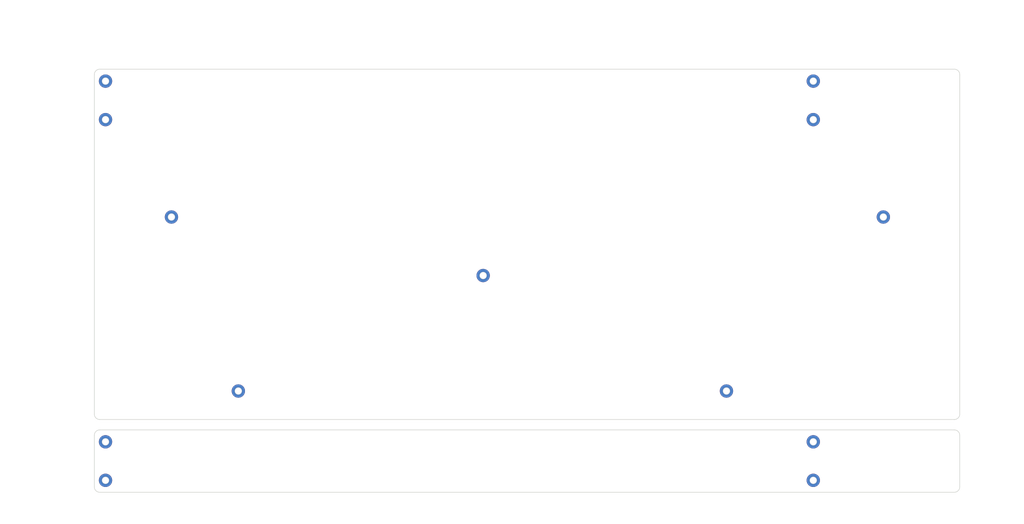
<source format=kicad_pcb>
(kicad_pcb (version 20171130) (host pcbnew "(5.1.2-1)-1")

  (general
    (thickness 1.6)
    (drawings 85)
    (tracks 0)
    (zones 0)
    (modules 13)
    (nets 1)
  )

  (page A3)
  (title_block
    (title kana60)
    (date 2019-07-02)
    (rev rev.1)
    (comment 1 https://github.com/sasaplus1/kana60)
    (comment 2 "designed by sasa+1")
    (comment 3 "JP layout 60% mechanical keyboard")
  )

  (layers
    (0 F.Cu signal hide)
    (31 B.Cu signal hide)
    (32 B.Adhes user)
    (33 F.Adhes user)
    (34 B.Paste user)
    (35 F.Paste user)
    (36 B.SilkS user)
    (37 F.SilkS user)
    (38 B.Mask user hide)
    (39 F.Mask user hide)
    (40 Dwgs.User user)
    (41 Cmts.User user)
    (42 Eco1.User user)
    (43 Eco2.User user)
    (44 Edge.Cuts user)
    (45 Margin user)
    (46 B.CrtYd user)
    (47 F.CrtYd user)
    (48 B.Fab user)
    (49 F.Fab user)
  )

  (setup
    (last_trace_width 0.25)
    (user_trace_width 0.5)
    (trace_clearance 0.2)
    (zone_clearance 0.508)
    (zone_45_only no)
    (trace_min 0.2)
    (via_size 0.8)
    (via_drill 0.4)
    (via_min_size 0.4)
    (via_min_drill 0.3)
    (uvia_size 0.3)
    (uvia_drill 0.1)
    (uvias_allowed no)
    (uvia_min_size 0.2)
    (uvia_min_drill 0.1)
    (edge_width 0.05)
    (segment_width 0.2)
    (pcb_text_width 0.3)
    (pcb_text_size 1.5 1.5)
    (mod_edge_width 0.12)
    (mod_text_size 1 1)
    (mod_text_width 0.15)
    (pad_size 1.524 1.524)
    (pad_drill 0.762)
    (pad_to_mask_clearance 0.051)
    (solder_mask_min_width 0.25)
    (aux_axis_origin 0 0)
    (grid_origin 25.423988 49.2627)
    (visible_elements FFFFFFFF)
    (pcbplotparams
      (layerselection 0x01100_7ffffffe)
      (usegerberextensions false)
      (usegerberattributes false)
      (usegerberadvancedattributes false)
      (creategerberjobfile false)
      (excludeedgelayer false)
      (linewidth 0.100000)
      (plotframeref false)
      (viasonmask false)
      (mode 1)
      (useauxorigin false)
      (hpglpennumber 1)
      (hpglpenspeed 20)
      (hpglpendiameter 15.000000)
      (psnegative false)
      (psa4output false)
      (plotreference false)
      (plotvalue false)
      (plotinvisibletext false)
      (padsonsilk false)
      (subtractmaskfromsilk false)
      (outputformat 4)
      (mirror false)
      (drillshape 2)
      (scaleselection 1)
      (outputdirectory "dist/kana60-acrylic-plates/"))
  )

  (net 0 "")

  (net_class Default "これはデフォルトのネット クラスです。"
    (clearance 0.2)
    (trace_width 0.25)
    (via_dia 0.8)
    (via_drill 0.4)
    (uvia_dia 0.3)
    (uvia_drill 0.1)
  )

  (net_class Power ""
    (clearance 0.2)
    (trace_width 0.5)
    (via_dia 0.8)
    (via_drill 0.4)
    (uvia_dia 0.3)
    (uvia_drill 0.1)
  )

  (module MountingHole:MountingHole_2.2mm_M2_Pad (layer F.Cu) (tedit 56D1B4CB) (tstamp 5D948761)
    (at 283.200988 162.2267)
    (descr "Mounting Hole 2.2mm, M2")
    (tags "mounting hole 2.2mm m2")
    (attr virtual)
    (fp_text reference REF11 (at 0 -3.2) (layer F.SilkS) hide
      (effects (font (size 1 1) (thickness 0.15)))
    )
    (fp_text value MountingHole_2.2mm_M2_Pad (at 0 3.2) (layer F.Fab)
      (effects (font (size 1 1) (thickness 0.15)))
    )
    (fp_circle (center 0 0) (end 2.45 0) (layer F.CrtYd) (width 0.05))
    (fp_circle (center 0 0) (end 2.2 0) (layer Cmts.User) (width 0.15))
    (fp_text user %R (at 0.3 0) (layer F.Fab)
      (effects (font (size 1 1) (thickness 0.15)))
    )
    (pad 1 thru_hole circle (at 0 0) (size 4.4 4.4) (drill 2.2) (layers *.Cu *.Mask))
  )

  (module MountingHole:MountingHole_2.2mm_M2_Pad (layer F.Cu) (tedit 56D1B4CB) (tstamp 5D94875A)
    (at 49.705988 174.9267)
    (descr "Mounting Hole 2.2mm, M2")
    (tags "mounting hole 2.2mm m2")
    (attr virtual)
    (fp_text reference REF12 (at 0 -3.2) (layer F.SilkS) hide
      (effects (font (size 1 1) (thickness 0.15)))
    )
    (fp_text value MountingHole_2.2mm_M2_Pad (at 0 3.2) (layer F.Fab)
      (effects (font (size 1 1) (thickness 0.15)))
    )
    (fp_text user %R (at 0.3 0) (layer F.Fab)
      (effects (font (size 1 1) (thickness 0.15)))
    )
    (fp_circle (center 0 0) (end 2.2 0) (layer Cmts.User) (width 0.15))
    (fp_circle (center 0 0) (end 2.45 0) (layer F.CrtYd) (width 0.05))
    (pad 1 thru_hole circle (at 0 0) (size 4.4 4.4) (drill 2.2) (layers *.Cu *.Mask))
  )

  (module MountingHole:MountingHole_2.2mm_M2_Pad (layer F.Cu) (tedit 56D1B4CB) (tstamp 5D948753)
    (at 49.705988 162.2267)
    (descr "Mounting Hole 2.2mm, M2")
    (tags "mounting hole 2.2mm m2")
    (attr virtual)
    (fp_text reference REF10 (at 0 -3.2) (layer F.SilkS) hide
      (effects (font (size 1 1) (thickness 0.15)))
    )
    (fp_text value MountingHole_2.2mm_M2_Pad (at 0 3.2) (layer F.Fab)
      (effects (font (size 1 1) (thickness 0.15)))
    )
    (fp_circle (center 0 0) (end 2.45 0) (layer F.CrtYd) (width 0.05))
    (fp_circle (center 0 0) (end 2.2 0) (layer Cmts.User) (width 0.15))
    (fp_text user %R (at 0.3 0) (layer F.Fab)
      (effects (font (size 1 1) (thickness 0.15)))
    )
    (pad 1 thru_hole circle (at 0 0) (size 4.4 4.4) (drill 2.2) (layers *.Cu *.Mask))
  )

  (module MountingHole:MountingHole_2.2mm_M2_Pad (layer F.Cu) (tedit 56D1B4CB) (tstamp 5D948749)
    (at 283.200988 174.9267)
    (descr "Mounting Hole 2.2mm, M2")
    (tags "mounting hole 2.2mm m2")
    (attr virtual)
    (fp_text reference REF13 (at 0 -3.2) (layer F.SilkS) hide
      (effects (font (size 1 1) (thickness 0.15)))
    )
    (fp_text value MountingHole_2.2mm_M2_Pad (at 0 3.2) (layer F.Fab)
      (effects (font (size 1 1) (thickness 0.15)))
    )
    (fp_text user %R (at 0.3 0) (layer F.Fab)
      (effects (font (size 1 1) (thickness 0.15)))
    )
    (fp_circle (center 0 0) (end 2.2 0) (layer Cmts.User) (width 0.15))
    (fp_circle (center 0 0) (end 2.45 0) (layer F.CrtYd) (width 0.05))
    (pad 1 thru_hole circle (at 0 0) (size 4.4 4.4) (drill 2.2) (layers *.Cu *.Mask))
  )

  (module MountingHole:MountingHole_2.2mm_M2_Pad (layer F.Cu) (tedit 56D1B4CB) (tstamp 5D238C3D)
    (at 49.708988 43.2277)
    (descr "Mounting Hole 2.2mm, M2")
    (tags "mounting hole 2.2mm m2")
    (attr virtual)
    (fp_text reference REF1 (at 0 -3.2) (layer F.SilkS) hide
      (effects (font (size 1 1) (thickness 0.15)))
    )
    (fp_text value MountingHole_2.2mm_M2_Pad (at 0 3.2) (layer F.Fab)
      (effects (font (size 1 1) (thickness 0.15)))
    )
    (fp_text user %R (at 0.3 0) (layer F.Fab)
      (effects (font (size 1 1) (thickness 0.15)))
    )
    (fp_circle (center 0 0) (end 2.2 0) (layer Cmts.User) (width 0.15))
    (fp_circle (center 0 0) (end 2.45 0) (layer F.CrtYd) (width 0.05))
    (pad 1 thru_hole circle (at 0 0) (size 4.4 4.4) (drill 2.2) (layers *.Cu *.Mask))
  )

  (module MountingHole:MountingHole_2.2mm_M2_Pad (layer F.Cu) (tedit 56D1B4CB) (tstamp 5D271E1D)
    (at 254.559988 145.4627)
    (descr "Mounting Hole 2.2mm, M2")
    (tags "mounting hole 2.2mm m2")
    (attr virtual)
    (fp_text reference REF9 (at 0 -3.2) (layer F.SilkS) hide
      (effects (font (size 1 1) (thickness 0.15)))
    )
    (fp_text value MountingHole_2.2mm_M2_Pad (at 0 3.2) (layer F.Fab)
      (effects (font (size 1 1) (thickness 0.15)))
    )
    (fp_text user %R (at 0.3 0) (layer F.Fab)
      (effects (font (size 1 1) (thickness 0.15)))
    )
    (fp_circle (center 0 0) (end 2.2 0) (layer Cmts.User) (width 0.15))
    (fp_circle (center 0 0) (end 2.45 0) (layer F.CrtYd) (width 0.05))
    (pad 1 thru_hole circle (at 0 0) (size 4.4 4.4) (drill 2.2) (layers *.Cu *.Mask))
  )

  (module MountingHole:MountingHole_2.2mm_M2_Pad (layer F.Cu) (tedit 56D1B4CB) (tstamp 5D271E1D)
    (at 93.523988 145.4627)
    (descr "Mounting Hole 2.2mm, M2")
    (tags "mounting hole 2.2mm m2")
    (attr virtual)
    (fp_text reference REF8 (at 0 -3.2) (layer F.SilkS) hide
      (effects (font (size 1 1) (thickness 0.15)))
    )
    (fp_text value MountingHole_2.2mm_M2_Pad (at 0 3.2) (layer F.Fab)
      (effects (font (size 1 1) (thickness 0.15)))
    )
    (fp_text user %R (at 0.3 0) (layer F.Fab)
      (effects (font (size 1 1) (thickness 0.15)))
    )
    (fp_circle (center 0 0) (end 2.2 0) (layer Cmts.User) (width 0.15))
    (fp_circle (center 0 0) (end 2.45 0) (layer F.CrtYd) (width 0.05))
    (pad 1 thru_hole circle (at 0 0) (size 4.4 4.4) (drill 2.2) (layers *.Cu *.Mask))
  )

  (module MountingHole:MountingHole_2.2mm_M2_Pad (layer F.Cu) (tedit 56D1B4CB) (tstamp 5D271E1D)
    (at 306.315988 88.0587)
    (descr "Mounting Hole 2.2mm, M2")
    (tags "mounting hole 2.2mm m2")
    (attr virtual)
    (fp_text reference REF6 (at 0 -3.2) (layer F.SilkS) hide
      (effects (font (size 1 1) (thickness 0.15)))
    )
    (fp_text value MountingHole_2.2mm_M2_Pad (at 0 3.2) (layer F.Fab)
      (effects (font (size 1 1) (thickness 0.15)))
    )
    (fp_text user %R (at 0.3 0) (layer F.Fab)
      (effects (font (size 1 1) (thickness 0.15)))
    )
    (fp_circle (center 0 0) (end 2.2 0) (layer Cmts.User) (width 0.15))
    (fp_circle (center 0 0) (end 2.45 0) (layer F.CrtYd) (width 0.05))
    (pad 1 thru_hole circle (at 0 0) (size 4.4 4.4) (drill 2.2) (layers *.Cu *.Mask))
  )

  (module MountingHole:MountingHole_2.2mm_M2_Pad (layer F.Cu) (tedit 56D1B4CB) (tstamp 5D271E1D)
    (at 174.295988 107.3627)
    (descr "Mounting Hole 2.2mm, M2")
    (tags "mounting hole 2.2mm m2")
    (attr virtual)
    (fp_text reference REF7 (at 0 -3.2) (layer F.SilkS) hide
      (effects (font (size 1 1) (thickness 0.15)))
    )
    (fp_text value MountingHole_2.2mm_M2_Pad (at 0 3.2) (layer F.Fab)
      (effects (font (size 1 1) (thickness 0.15)))
    )
    (fp_text user %R (at 0.3 0) (layer F.Fab)
      (effects (font (size 1 1) (thickness 0.15)))
    )
    (fp_circle (center 0 0) (end 2.2 0) (layer Cmts.User) (width 0.15))
    (fp_circle (center 0 0) (end 2.45 0) (layer F.CrtYd) (width 0.05))
    (pad 1 thru_hole circle (at 0 0) (size 4.4 4.4) (drill 2.2) (layers *.Cu *.Mask))
  )

  (module MountingHole:MountingHole_2.2mm_M2_Pad (layer F.Cu) (tedit 56D1B4CB) (tstamp 5D271E1D)
    (at 71.461988 88.0587)
    (descr "Mounting Hole 2.2mm, M2")
    (tags "mounting hole 2.2mm m2")
    (attr virtual)
    (fp_text reference REF5 (at 0 -3.2) (layer F.SilkS) hide
      (effects (font (size 1 1) (thickness 0.15)))
    )
    (fp_text value MountingHole_2.2mm_M2_Pad (at 0 3.2) (layer F.Fab)
      (effects (font (size 1 1) (thickness 0.15)))
    )
    (fp_text user %R (at 0.3 0) (layer F.Fab)
      (effects (font (size 1 1) (thickness 0.15)))
    )
    (fp_circle (center 0 0) (end 2.2 0) (layer Cmts.User) (width 0.15))
    (fp_circle (center 0 0) (end 2.45 0) (layer F.CrtYd) (width 0.05))
    (pad 1 thru_hole circle (at 0 0) (size 4.4 4.4) (drill 2.2) (layers *.Cu *.Mask))
  )

  (module MountingHole:MountingHole_2.2mm_M2_Pad (layer F.Cu) (tedit 56D1B4CB) (tstamp 5D238C28)
    (at 49.708988 55.9277)
    (descr "Mounting Hole 2.2mm, M2")
    (tags "mounting hole 2.2mm m2")
    (attr virtual)
    (fp_text reference REF3 (at 0 -3.2) (layer F.SilkS) hide
      (effects (font (size 1 1) (thickness 0.15)))
    )
    (fp_text value MountingHole_2.2mm_M2_Pad (at 0 3.2) (layer F.Fab)
      (effects (font (size 1 1) (thickness 0.15)))
    )
    (fp_circle (center 0 0) (end 2.45 0) (layer F.CrtYd) (width 0.05))
    (fp_circle (center 0 0) (end 2.2 0) (layer Cmts.User) (width 0.15))
    (fp_text user %R (at 0.3 0) (layer F.Fab)
      (effects (font (size 1 1) (thickness 0.15)))
    )
    (pad 1 thru_hole circle (at 0 0) (size 4.4 4.4) (drill 2.2) (layers *.Cu *.Mask))
  )

  (module MountingHole:MountingHole_2.2mm_M2_Pad (layer F.Cu) (tedit 56D1B4CB) (tstamp 5D6D2114)
    (at 283.203988 43.2277)
    (descr "Mounting Hole 2.2mm, M2")
    (tags "mounting hole 2.2mm m2")
    (attr virtual)
    (fp_text reference REF2 (at 0 -3.2) (layer F.SilkS) hide
      (effects (font (size 1 1) (thickness 0.15)))
    )
    (fp_text value MountingHole_2.2mm_M2_Pad (at 0 3.2) (layer F.Fab)
      (effects (font (size 1 1) (thickness 0.15)))
    )
    (fp_text user %R (at 0.3 0) (layer F.Fab)
      (effects (font (size 1 1) (thickness 0.15)))
    )
    (fp_circle (center 0 0) (end 2.2 0) (layer Cmts.User) (width 0.15))
    (fp_circle (center 0 0) (end 2.45 0) (layer F.CrtYd) (width 0.05))
    (pad 1 thru_hole circle (at 0 0) (size 4.4 4.4) (drill 2.2) (layers *.Cu *.Mask))
  )

  (module MountingHole:MountingHole_2.2mm_M2_Pad (layer F.Cu) (tedit 56D1B4CB) (tstamp 5D6D20FF)
    (at 283.203988 55.9277)
    (descr "Mounting Hole 2.2mm, M2")
    (tags "mounting hole 2.2mm m2")
    (attr virtual)
    (fp_text reference REF4 (at 0 -3.2) (layer F.SilkS) hide
      (effects (font (size 1 1) (thickness 0.15)))
    )
    (fp_text value MountingHole_2.2mm_M2_Pad (at 0 3.2) (layer F.Fab)
      (effects (font (size 1 1) (thickness 0.15)))
    )
    (fp_circle (center 0 0) (end 2.45 0) (layer F.CrtYd) (width 0.05))
    (fp_circle (center 0 0) (end 2.2 0) (layer Cmts.User) (width 0.15))
    (fp_text user %R (at 0.3 0) (layer F.Fab)
      (effects (font (size 1 1) (thickness 0.15)))
    )
    (pad 1 thru_hole circle (at 0 0) (size 4.4 4.4) (drill 2.2) (layers *.Cu *.Mask))
  )

  (gr_text 9-φ2.2 (at 57.709988 37.5127) (layer Dwgs.User) (tstamp 5D978BDC)
    (effects (font (size 1 1) (thickness 0.15)))
  )
  (gr_line (start 54.915988 38.5287) (end 60.757988 38.5287) (layer Dwgs.User) (width 0.15) (tstamp 5D978BDB))
  (gr_line (start 51.613988 42.5927) (end 50.851988 42.5927) (layer Dwgs.User) (width 0.15) (tstamp 5D978BDA))
  (gr_line (start 50.851988 42.5927) (end 54.915988 38.5287) (layer Dwgs.User) (width 0.15) (tstamp 5D978BD9))
  (gr_line (start 50.851988 41.8307) (end 50.851988 42.5927) (layer Dwgs.User) (width 0.15) (tstamp 5D978BD8))
  (gr_line (start 54.915988 157.6547) (end 60.757988 157.6547) (layer Dwgs.User) (width 0.15))
  (gr_line (start 50.851988 161.7187) (end 54.915988 157.6547) (layer Dwgs.User) (width 0.15))
  (gr_line (start 51.613988 161.7187) (end 50.851988 161.7187) (layer Dwgs.User) (width 0.15) (tstamp 5D978BCF))
  (gr_line (start 50.851988 161.7187) (end 51.613988 161.7187) (layer Dwgs.User) (width 0.15))
  (gr_line (start 50.851988 160.9567) (end 50.851988 161.7187) (layer Dwgs.User) (width 0.15))
  (gr_text 4-φ2.2 (at 57.709988 156.6387) (layer Dwgs.User)
    (effects (font (size 1 1) (thickness 0.15)))
  )
  (dimension 115.57 (width 0.15) (layer Dwgs.User)
    (gr_text "115.570 mm" (at 351.363988 97.0757 270) (layer Dwgs.User)
      (effects (font (size 1 1) (thickness 0.15)))
    )
    (feature1 (pts (xy 329.743988 154.8607) (xy 350.650409 154.8607)))
    (feature2 (pts (xy 329.743988 39.2907) (xy 350.650409 39.2907)))
    (crossbar (pts (xy 350.063988 39.2907) (xy 350.063988 154.8607)))
    (arrow1a (pts (xy 350.063988 154.8607) (xy 349.477567 153.734196)))
    (arrow1b (pts (xy 350.063988 154.8607) (xy 350.650409 153.734196)))
    (arrow2a (pts (xy 350.063988 39.2907) (xy 349.477567 40.417204)))
    (arrow2b (pts (xy 350.063988 39.2907) (xy 350.650409 40.417204)))
  )
  (dimension 20.574 (width 0.15) (layer Dwgs.User)
    (gr_text "20.574 mm" (at 26.183988 168.5767 270) (layer Dwgs.User)
      (effects (font (size 1 1) (thickness 0.15)))
    )
    (feature1 (pts (xy 49.705988 178.8637) (xy 26.897567 178.8637)))
    (feature2 (pts (xy 49.705988 158.2897) (xy 26.897567 158.2897)))
    (crossbar (pts (xy 27.483988 158.2897) (xy 27.483988 178.8637)))
    (arrow1a (pts (xy 27.483988 178.8637) (xy 26.897567 177.737196)))
    (arrow1b (pts (xy 27.483988 178.8637) (xy 28.070409 177.737196)))
    (arrow2a (pts (xy 27.483988 158.2897) (xy 26.897567 159.416204)))
    (arrow2b (pts (xy 27.483988 158.2897) (xy 28.070409 159.416204)))
  )
  (dimension 12.7 (width 0.15) (layer Dwgs.User)
    (gr_text "12.700 mm" (at 31.263988 168.5767 270) (layer Dwgs.User)
      (effects (font (size 1 1) (thickness 0.15)))
    )
    (feature1 (pts (xy 49.705988 174.9267) (xy 31.977567 174.9267)))
    (feature2 (pts (xy 49.705988 162.2267) (xy 31.977567 162.2267)))
    (crossbar (pts (xy 32.563988 162.2267) (xy 32.563988 174.9267)))
    (arrow1a (pts (xy 32.563988 174.9267) (xy 31.977567 173.800196)))
    (arrow1b (pts (xy 32.563988 174.9267) (xy 33.150409 173.800196)))
    (arrow2a (pts (xy 32.563988 162.2267) (xy 31.977567 163.353204)))
    (arrow2b (pts (xy 32.563988 162.2267) (xy 33.150409 163.353204)))
  )
  (dimension 3.937 (width 0.15) (layer Dwgs.User)
    (gr_text "3.937 mm" (at 36.343988 160.2582 270) (layer Dwgs.User)
      (effects (font (size 1 1) (thickness 0.15)))
    )
    (feature1 (pts (xy 49.705988 162.2267) (xy 37.057567 162.2267)))
    (feature2 (pts (xy 49.705988 158.2897) (xy 37.057567 158.2897)))
    (crossbar (pts (xy 37.643988 158.2897) (xy 37.643988 162.2267)))
    (arrow1a (pts (xy 37.643988 162.2267) (xy 37.057567 161.100196)))
    (arrow1b (pts (xy 37.643988 162.2267) (xy 38.230409 161.100196)))
    (arrow2a (pts (xy 37.643988 158.2897) (xy 37.057567 159.416204)))
    (arrow2b (pts (xy 37.643988 158.2897) (xy 38.230409 159.416204)))
  )
  (dimension 3.937 (width 0.15) (layer Dwgs.User)
    (gr_text "3.937 mm" (at 36.343988 176.8952 270) (layer Dwgs.User)
      (effects (font (size 1 1) (thickness 0.15)))
    )
    (feature1 (pts (xy 49.705988 178.8637) (xy 37.057567 178.8637)))
    (feature2 (pts (xy 49.705988 174.9267) (xy 37.057567 174.9267)))
    (crossbar (pts (xy 37.643988 174.9267) (xy 37.643988 178.8637)))
    (arrow1a (pts (xy 37.643988 178.8637) (xy 37.057567 177.737196)))
    (arrow1b (pts (xy 37.643988 178.8637) (xy 38.230409 177.737196)))
    (arrow2a (pts (xy 37.643988 174.9267) (xy 37.057567 176.053204)))
    (arrow2b (pts (xy 37.643988 174.9267) (xy 38.230409 176.053204)))
  )
  (dimension 3.937 (width 0.15) (layer Dwgs.User)
    (gr_text "3.937 mm" (at 341.203988 160.2582 270) (layer Dwgs.User)
      (effects (font (size 1 1) (thickness 0.15)))
    )
    (feature1 (pts (xy 283.200988 162.2267) (xy 340.490409 162.2267)))
    (feature2 (pts (xy 283.200988 158.2897) (xy 340.490409 158.2897)))
    (crossbar (pts (xy 339.903988 158.2897) (xy 339.903988 162.2267)))
    (arrow1a (pts (xy 339.903988 162.2267) (xy 339.317567 161.100196)))
    (arrow1b (pts (xy 339.903988 162.2267) (xy 340.490409 161.100196)))
    (arrow2a (pts (xy 339.903988 158.2897) (xy 339.317567 159.416204)))
    (arrow2b (pts (xy 339.903988 158.2897) (xy 340.490409 159.416204)))
  )
  (dimension 48.321 (width 0.15) (layer Dwgs.User)
    (gr_text "48.321 mm" (at 307.361488 184.8627) (layer Dwgs.User)
      (effects (font (size 1 1) (thickness 0.15)))
    )
    (feature1 (pts (xy 331.521988 174.9267) (xy 331.521988 184.149121)))
    (feature2 (pts (xy 283.200988 174.9267) (xy 283.200988 184.149121)))
    (crossbar (pts (xy 283.200988 183.5627) (xy 331.521988 183.5627)))
    (arrow1a (pts (xy 331.521988 183.5627) (xy 330.395484 184.149121)))
    (arrow1b (pts (xy 331.521988 183.5627) (xy 330.395484 182.976279)))
    (arrow2a (pts (xy 283.200988 183.5627) (xy 284.327492 184.149121)))
    (arrow2b (pts (xy 283.200988 183.5627) (xy 284.327492 182.976279)))
  )
  (dimension 16.637 (width 0.15) (layer Dwgs.User)
    (gr_text "16.637 mm" (at 341.203988 47.6092 270) (layer Dwgs.User)
      (effects (font (size 1 1) (thickness 0.15)))
    )
    (feature1 (pts (xy 283.203988 55.9277) (xy 340.490409 55.9277)))
    (feature2 (pts (xy 283.203988 39.2907) (xy 340.490409 39.2907)))
    (crossbar (pts (xy 339.903988 39.2907) (xy 339.903988 55.9277)))
    (arrow1a (pts (xy 339.903988 55.9277) (xy 339.317567 54.801196)))
    (arrow1b (pts (xy 339.903988 55.9277) (xy 340.490409 54.801196)))
    (arrow2a (pts (xy 339.903988 39.2907) (xy 339.317567 40.417204)))
    (arrow2b (pts (xy 339.903988 39.2907) (xy 340.490409 40.417204)))
  )
  (dimension 3.937 (width 0.15) (layer Dwgs.User)
    (gr_text "3.937 mm" (at 336.123988 41.2592 270) (layer Dwgs.User)
      (effects (font (size 1 1) (thickness 0.15)))
    )
    (feature1 (pts (xy 283.203988 43.2277) (xy 335.410409 43.2277)))
    (feature2 (pts (xy 283.203988 39.2907) (xy 335.410409 39.2907)))
    (crossbar (pts (xy 334.823988 39.2907) (xy 334.823988 43.2277)))
    (arrow1a (pts (xy 334.823988 43.2277) (xy 334.237567 42.101196)))
    (arrow1b (pts (xy 334.823988 43.2277) (xy 335.410409 42.101196)))
    (arrow2a (pts (xy 334.823988 39.2907) (xy 334.237567 40.417204)))
    (arrow2b (pts (xy 334.823988 39.2907) (xy 335.410409 40.417204)))
  )
  (dimension 48.318 (width 0.15) (layer Dwgs.User)
    (gr_text "48.318 mm" (at 307.362988 27.3227) (layer Dwgs.User)
      (effects (font (size 1 1) (thickness 0.15)))
    )
    (feature1 (pts (xy 331.521988 43.2277) (xy 331.521988 28.036279)))
    (feature2 (pts (xy 283.203988 43.2277) (xy 283.203988 28.036279)))
    (crossbar (pts (xy 283.203988 28.6227) (xy 331.521988 28.6227)))
    (arrow1a (pts (xy 331.521988 28.6227) (xy 330.395484 29.209121)))
    (arrow1b (pts (xy 331.521988 28.6227) (xy 330.395484 28.036279)))
    (arrow2a (pts (xy 283.203988 28.6227) (xy 284.330492 29.209121)))
    (arrow2b (pts (xy 283.203988 28.6227) (xy 284.330492 28.036279)))
  )
  (dimension 3.683 (width 0.15) (layer Dwgs.User)
    (gr_text "3.683 mm" (at 47.867488 34.9427) (layer Dwgs.User)
      (effects (font (size 1 1) (thickness 0.15)))
    )
    (feature1 (pts (xy 46.025988 43.2277) (xy 46.025988 35.656279)))
    (feature2 (pts (xy 49.708988 43.2277) (xy 49.708988 35.656279)))
    (crossbar (pts (xy 49.708988 36.2427) (xy 46.025988 36.2427)))
    (arrow1a (pts (xy 46.025988 36.2427) (xy 47.152492 35.656279)))
    (arrow1b (pts (xy 46.025988 36.2427) (xy 47.152492 36.829121)))
    (arrow2a (pts (xy 49.708988 36.2427) (xy 48.582484 35.656279)))
    (arrow2b (pts (xy 49.708988 36.2427) (xy 48.582484 36.829121)))
  )
  (dimension 3.937 (width 0.15) (layer Dwgs.User)
    (gr_text "3.937 mm" (at 38.883988 41.2592 270) (layer Dwgs.User)
      (effects (font (size 1 1) (thickness 0.15)))
    )
    (feature1 (pts (xy 49.708988 43.2277) (xy 39.597567 43.2277)))
    (feature2 (pts (xy 49.708988 39.2907) (xy 39.597567 39.2907)))
    (crossbar (pts (xy 40.183988 39.2907) (xy 40.183988 43.2277)))
    (arrow1a (pts (xy 40.183988 43.2277) (xy 39.597567 42.101196)))
    (arrow1b (pts (xy 40.183988 43.2277) (xy 40.770409 42.101196)))
    (arrow2a (pts (xy 40.183988 39.2907) (xy 39.597567 40.417204)))
    (arrow2b (pts (xy 40.183988 39.2907) (xy 40.770409 40.417204)))
  )
  (dimension 16.637 (width 0.15) (layer Dwgs.User)
    (gr_text "16.637 mm" (at 33.803988 47.6092 270) (layer Dwgs.User)
      (effects (font (size 1 1) (thickness 0.15)))
    )
    (feature1 (pts (xy 49.708988 55.9277) (xy 34.517567 55.9277)))
    (feature2 (pts (xy 49.708988 39.2907) (xy 34.517567 39.2907)))
    (crossbar (pts (xy 35.103988 39.2907) (xy 35.103988 55.9277)))
    (arrow1a (pts (xy 35.103988 55.9277) (xy 34.517567 54.801196)))
    (arrow1b (pts (xy 35.103988 55.9277) (xy 35.690409 54.801196)))
    (arrow2a (pts (xy 35.103988 39.2907) (xy 34.517567 40.417204)))
    (arrow2b (pts (xy 35.103988 39.2907) (xy 35.690409 40.417204)))
  )
  (dimension 25.436 (width 0.15) (layer Dwgs.User)
    (gr_text "25.436 mm" (at 58.743988 32.4027) (layer Dwgs.User)
      (effects (font (size 1 1) (thickness 0.15)))
    )
    (feature1 (pts (xy 46.025988 88.0587) (xy 46.025988 33.116279)))
    (feature2 (pts (xy 71.461988 88.0587) (xy 71.461988 33.116279)))
    (crossbar (pts (xy 71.461988 33.7027) (xy 46.025988 33.7027)))
    (arrow1a (pts (xy 46.025988 33.7027) (xy 47.152492 33.116279)))
    (arrow1b (pts (xy 46.025988 33.7027) (xy 47.152492 34.289121)))
    (arrow2a (pts (xy 71.461988 33.7027) (xy 70.335484 33.116279)))
    (arrow2b (pts (xy 71.461988 33.7027) (xy 70.335484 34.289121)))
  )
  (dimension 48.768 (width 0.15) (layer Dwgs.User)
    (gr_text "48.768 mm" (at 28.723988 63.6747 270) (layer Dwgs.User)
      (effects (font (size 1 1) (thickness 0.15)))
    )
    (feature1 (pts (xy 71.461988 88.0587) (xy 29.437567 88.0587)))
    (feature2 (pts (xy 71.461988 39.2907) (xy 29.437567 39.2907)))
    (crossbar (pts (xy 30.023988 39.2907) (xy 30.023988 88.0587)))
    (arrow1a (pts (xy 30.023988 88.0587) (xy 29.437567 86.932196)))
    (arrow1b (pts (xy 30.023988 88.0587) (xy 30.610409 86.932196)))
    (arrow2a (pts (xy 30.023988 39.2907) (xy 29.437567 40.417204)))
    (arrow2b (pts (xy 30.023988 39.2907) (xy 30.610409 40.417204)))
  )
  (dimension 38.1 (width 0.15) (layer Dwgs.User)
    (gr_text "38.100 mm" (at 23.643988 126.4127 270) (layer Dwgs.User)
      (effects (font (size 1 1) (thickness 0.15)))
    )
    (feature1 (pts (xy 93.523988 145.4627) (xy 24.357567 145.4627)))
    (feature2 (pts (xy 93.523988 107.3627) (xy 24.357567 107.3627)))
    (crossbar (pts (xy 24.943988 107.3627) (xy 24.943988 145.4627)))
    (arrow1a (pts (xy 24.943988 145.4627) (xy 24.357567 144.336196)))
    (arrow1b (pts (xy 24.943988 145.4627) (xy 25.530409 144.336196)))
    (arrow2a (pts (xy 24.943988 107.3627) (xy 24.357567 108.489204)))
    (arrow2b (pts (xy 24.943988 107.3627) (xy 25.530409 108.489204)))
  )
  (dimension 128.27 (width 0.15) (layer Dwgs.User)
    (gr_text "128.270 mm" (at 110.160988 22.2427) (layer Dwgs.User)
      (effects (font (size 1 1) (thickness 0.15)))
    )
    (feature1 (pts (xy 46.025988 107.3627) (xy 46.025988 22.956279)))
    (feature2 (pts (xy 174.295988 107.3627) (xy 174.295988 22.956279)))
    (crossbar (pts (xy 174.295988 23.5427) (xy 46.025988 23.5427)))
    (arrow1a (pts (xy 46.025988 23.5427) (xy 47.152492 22.956279)))
    (arrow1b (pts (xy 46.025988 23.5427) (xy 47.152492 24.129121)))
    (arrow2a (pts (xy 174.295988 23.5427) (xy 173.169484 22.956279)))
    (arrow2b (pts (xy 174.295988 23.5427) (xy 173.169484 24.129121)))
  )
  (dimension 47.498 (width 0.15) (layer Dwgs.User)
    (gr_text "47.498 mm" (at 69.774988 27.3227) (layer Dwgs.User)
      (effects (font (size 1 1) (thickness 0.15)))
    )
    (feature1 (pts (xy 46.025988 145.4627) (xy 46.025988 28.036279)))
    (feature2 (pts (xy 93.523988 145.4627) (xy 93.523988 28.036279)))
    (crossbar (pts (xy 93.523988 28.6227) (xy 46.025988 28.6227)))
    (arrow1a (pts (xy 46.025988 28.6227) (xy 47.152492 28.036279)))
    (arrow1b (pts (xy 46.025988 28.6227) (xy 47.152492 29.209121)))
    (arrow2a (pts (xy 93.523988 28.6227) (xy 92.397484 28.036279)))
    (arrow2b (pts (xy 93.523988 28.6227) (xy 92.397484 29.209121)))
  )
  (dimension 25.206 (width 0.15) (layer Dwgs.User)
    (gr_text "25.206 mm" (at 318.918988 32.4027) (layer Dwgs.User)
      (effects (font (size 1 1) (thickness 0.15)))
    )
    (feature1 (pts (xy 331.521988 88.0587) (xy 331.521988 33.116279)))
    (feature2 (pts (xy 306.315988 88.0587) (xy 306.315988 33.116279)))
    (crossbar (pts (xy 306.315988 33.7027) (xy 331.521988 33.7027)))
    (arrow1a (pts (xy 331.521988 33.7027) (xy 330.395484 34.289121)))
    (arrow1b (pts (xy 331.521988 33.7027) (xy 330.395484 33.116279)))
    (arrow2a (pts (xy 306.315988 33.7027) (xy 307.442492 34.289121)))
    (arrow2b (pts (xy 306.315988 33.7027) (xy 307.442492 33.116279)))
  )
  (dimension 76.962 (width 0.15) (layer Dwgs.User)
    (gr_text "76.962 mm" (at 293.040988 22.2427) (layer Dwgs.User)
      (effects (font (size 1 1) (thickness 0.15)))
    )
    (feature1 (pts (xy 331.521988 145.4627) (xy 331.521988 22.956279)))
    (feature2 (pts (xy 254.559988 145.4627) (xy 254.559988 22.956279)))
    (crossbar (pts (xy 254.559988 23.5427) (xy 331.521988 23.5427)))
    (arrow1a (pts (xy 331.521988 23.5427) (xy 330.395484 24.129121)))
    (arrow1b (pts (xy 331.521988 23.5427) (xy 330.395484 22.956279)))
    (arrow2a (pts (xy 254.559988 23.5427) (xy 255.686492 24.129121)))
    (arrow2b (pts (xy 254.559988 23.5427) (xy 255.686492 22.956279)))
  )
  (dimension 68.072 (width 0.15) (layer Dwgs.User)
    (gr_text "68.072 mm" (at 18.563988 73.3267 270) (layer Dwgs.User)
      (effects (font (size 1 1) (thickness 0.15)))
    )
    (feature1 (pts (xy 174.295988 107.3627) (xy 19.277567 107.3627)))
    (feature2 (pts (xy 174.295988 39.2907) (xy 19.277567 39.2907)))
    (crossbar (pts (xy 19.863988 39.2907) (xy 19.863988 107.3627)))
    (arrow1a (pts (xy 19.863988 107.3627) (xy 19.277567 106.236196)))
    (arrow1b (pts (xy 19.863988 107.3627) (xy 20.450409 106.236196)))
    (arrow2a (pts (xy 19.863988 39.2907) (xy 19.277567 40.417204)))
    (arrow2b (pts (xy 19.863988 39.2907) (xy 20.450409 40.417204)))
  )
  (dimension 48.768 (width 0.15) (layer Dwgs.User)
    (gr_text "48.768 mm" (at 346.283988 63.6747 270) (layer Dwgs.User)
      (effects (font (size 1 1) (thickness 0.15)))
    )
    (feature1 (pts (xy 306.315988 88.0587) (xy 345.570409 88.0587)))
    (feature2 (pts (xy 306.315988 39.2907) (xy 345.570409 39.2907)))
    (crossbar (pts (xy 344.983988 39.2907) (xy 344.983988 88.0587)))
    (arrow1a (pts (xy 344.983988 88.0587) (xy 344.397567 86.932196)))
    (arrow1b (pts (xy 344.983988 88.0587) (xy 345.570409 86.932196)))
    (arrow2a (pts (xy 344.983988 39.2907) (xy 344.397567 40.417204)))
    (arrow2b (pts (xy 344.983988 39.2907) (xy 345.570409 40.417204)))
  )
  (dimension 9.398 (width 0.15) (layer Dwgs.User)
    (gr_text "9.398 mm" (at 23.643988 150.1617 270) (layer Dwgs.User)
      (effects (font (size 1 1) (thickness 0.15)))
    )
    (feature1 (pts (xy 93.523988 154.8607) (xy 24.357567 154.8607)))
    (feature2 (pts (xy 93.523988 145.4627) (xy 24.357567 145.4627)))
    (crossbar (pts (xy 24.943988 145.4627) (xy 24.943988 154.8607)))
    (arrow1a (pts (xy 24.943988 154.8607) (xy 24.357567 153.734196)))
    (arrow1b (pts (xy 24.943988 154.8607) (xy 25.530409 153.734196)))
    (arrow2a (pts (xy 24.943988 145.4627) (xy 24.357567 146.589204)))
    (arrow2b (pts (xy 24.943988 145.4627) (xy 25.530409 146.589204)))
  )
  (dimension 9.398 (width 0.15) (layer Dwgs.User)
    (gr_text "9.398 mm" (at 346.283988 150.1617 270) (layer Dwgs.User)
      (effects (font (size 1 1) (thickness 0.15)))
    )
    (feature1 (pts (xy 254.559988 154.8607) (xy 345.570409 154.8607)))
    (feature2 (pts (xy 254.559988 145.4627) (xy 345.570409 145.4627)))
    (crossbar (pts (xy 344.983988 145.4627) (xy 344.983988 154.8607)))
    (arrow1a (pts (xy 344.983988 154.8607) (xy 344.397567 153.734196)))
    (arrow1b (pts (xy 344.983988 154.8607) (xy 345.570409 153.734196)))
    (arrow2a (pts (xy 344.983988 145.4627) (xy 344.397567 146.589204)))
    (arrow2b (pts (xy 344.983988 145.4627) (xy 345.570409 146.589204)))
  )
  (dimension 12.7 (width 0.15) (layer Dwgs.User)
    (gr_text "12.700 mm" (at 346.283988 168.5767 270) (layer Dwgs.User)
      (effects (font (size 1 1) (thickness 0.15)))
    )
    (feature1 (pts (xy 283.200988 174.9267) (xy 345.570409 174.9267)))
    (feature2 (pts (xy 283.200988 162.2267) (xy 345.570409 162.2267)))
    (crossbar (pts (xy 344.983988 162.2267) (xy 344.983988 174.9267)))
    (arrow1a (pts (xy 344.983988 174.9267) (xy 344.397567 173.800196)))
    (arrow1b (pts (xy 344.983988 174.9267) (xy 345.570409 173.800196)))
    (arrow2a (pts (xy 344.983988 162.2267) (xy 344.397567 163.353204)))
    (arrow2b (pts (xy 344.983988 162.2267) (xy 345.570409 163.353204)))
  )
  (dimension 3.937 (width 0.15) (layer Dwgs.User)
    (gr_text "3.937 mm" (at 341.203988 176.8952 270) (layer Dwgs.User)
      (effects (font (size 1 1) (thickness 0.15)))
    )
    (feature1 (pts (xy 283.200988 178.8637) (xy 340.490409 178.8637)))
    (feature2 (pts (xy 283.200988 174.9267) (xy 340.490409 174.9267)))
    (crossbar (pts (xy 339.903988 174.9267) (xy 339.903988 178.8637)))
    (arrow1a (pts (xy 339.903988 178.8637) (xy 339.317567 177.737196)))
    (arrow1b (pts (xy 339.903988 178.8637) (xy 340.490409 177.737196)))
    (arrow2a (pts (xy 339.903988 174.9267) (xy 339.317567 176.053204)))
    (arrow2b (pts (xy 339.903988 174.9267) (xy 340.490409 176.053204)))
  )
  (dimension 3.68 (width 0.15) (layer Dwgs.User)
    (gr_text "3.680 mm" (at 47.865988 184.8627) (layer Dwgs.User)
      (effects (font (size 1 1) (thickness 0.15)))
    )
    (feature1 (pts (xy 46.025988 174.9267) (xy 46.025988 184.149121)))
    (feature2 (pts (xy 49.705988 174.9267) (xy 49.705988 184.149121)))
    (crossbar (pts (xy 49.705988 183.5627) (xy 46.025988 183.5627)))
    (arrow1a (pts (xy 46.025988 183.5627) (xy 47.152492 182.976279)))
    (arrow1b (pts (xy 46.025988 183.5627) (xy 47.152492 184.149121)))
    (arrow2a (pts (xy 49.705988 183.5627) (xy 48.579484 182.976279)))
    (arrow2b (pts (xy 49.705988 183.5627) (xy 48.579484 184.149121)))
  )
  (dimension 285.496 (width 0.15) (layer Dwgs.User)
    (gr_text "285.496 mm" (at 188.773988 17.1627) (layer Dwgs.User)
      (effects (font (size 1 1) (thickness 0.15)))
    )
    (feature1 (pts (xy 331.521988 41.0687) (xy 331.521988 17.876279)))
    (feature2 (pts (xy 46.025988 41.0687) (xy 46.025988 17.876279)))
    (crossbar (pts (xy 46.025988 18.4627) (xy 331.521988 18.4627)))
    (arrow1a (pts (xy 331.521988 18.4627) (xy 330.395484 19.049121)))
    (arrow1b (pts (xy 331.521988 18.4627) (xy 330.395484 17.876279)))
    (arrow2a (pts (xy 46.025988 18.4627) (xy 47.152492 19.049121)))
    (arrow2b (pts (xy 46.025988 18.4627) (xy 47.152492 17.876279)))
  )
  (dimension 285.496 (width 0.15) (layer Dwgs.User)
    (gr_text "285.496 mm" (at 188.770988 189.9427) (layer Dwgs.User)
      (effects (font (size 1 1) (thickness 0.15)))
    )
    (feature1 (pts (xy 46.022988 177.0857) (xy 46.022988 189.229121)))
    (feature2 (pts (xy 331.518988 177.0857) (xy 331.518988 189.229121)))
    (crossbar (pts (xy 331.518988 188.6427) (xy 46.022988 188.6427)))
    (arrow1a (pts (xy 46.022988 188.6427) (xy 47.149492 188.056279)))
    (arrow1b (pts (xy 46.022988 188.6427) (xy 47.149492 189.229121)))
    (arrow2a (pts (xy 331.518988 188.6427) (xy 330.392484 188.056279)))
    (arrow2b (pts (xy 331.518988 188.6427) (xy 330.392484 189.229121)))
  )
  (dimension 20.574 (width 0.15) (layer Dwgs.User)
    (gr_text "20.574 mm" (at 351.363988 168.5767 270) (layer Dwgs.User)
      (effects (font (size 1 1) (thickness 0.15)))
    )
    (feature1 (pts (xy 329.740988 178.8637) (xy 350.650409 178.8637)))
    (feature2 (pts (xy 329.740988 158.2897) (xy 350.650409 158.2897)))
    (crossbar (pts (xy 350.063988 158.2897) (xy 350.063988 178.8637)))
    (arrow1a (pts (xy 350.063988 178.8637) (xy 349.477567 177.737196)))
    (arrow1b (pts (xy 350.063988 178.8637) (xy 350.650409 177.737196)))
    (arrow2a (pts (xy 350.063988 158.2897) (xy 349.477567 159.416204)))
    (arrow2b (pts (xy 350.063988 158.2897) (xy 350.650409 159.416204)))
  )
  (gr_line (start 46.022988 160.0677) (end 46.022988 177.0857) (layer Edge.Cuts) (width 0.2) (tstamp 5D9487AB))
  (gr_line (start 331.518988 160.0677) (end 331.518988 177.0857) (layer Edge.Cuts) (width 0.2) (tstamp 5D9487A8))
  (gr_circle (center 49.705988 162.2267) (end 50.805988 162.2267) (layer Edge.Cuts) (width 0.2) (tstamp 5D948752))
  (gr_circle (center 49.705988 174.9267) (end 50.805988 174.9267) (layer Edge.Cuts) (width 0.2) (tstamp 5D948751))
  (gr_circle (center 283.200988 174.9267) (end 284.300988 174.9267) (layer Edge.Cuts) (width 0.2) (tstamp 5D948750))
  (gr_circle (center 283.200988 162.2267) (end 284.300988 162.2267) (layer Edge.Cuts) (width 0.2) (tstamp 5D948748))
  (gr_line (start 47.800988 158.2897) (end 329.740988 158.2897) (layer Edge.Cuts) (width 0.2) (tstamp 5D948747))
  (gr_arc (start 47.800988 160.0677) (end 47.800988 158.2897) (angle -90) (layer Edge.Cuts) (width 0.2) (tstamp 5D948746))
  (gr_arc (start 329.740988 160.0677) (end 331.518988 160.0677) (angle -90) (layer Edge.Cuts) (width 0.2) (tstamp 5D948745))
  (gr_line (start 329.740988 178.8637) (end 47.800988 178.8637) (layer Edge.Cuts) (width 0.2) (tstamp 5D948744))
  (gr_line (start 329.740988 177.0857) (end 331.518988 178.8637) (layer Cmts.User) (width 0.15) (tstamp 5D948743))
  (gr_arc (start 329.740988 177.0857) (end 329.740988 178.8637) (angle -90) (layer Edge.Cuts) (width 0.2) (tstamp 5D948742))
  (gr_line (start 46.022988 178.8637) (end 47.800988 177.0857) (layer Cmts.User) (width 0.15) (tstamp 5D948741))
  (gr_arc (start 47.800988 177.0857) (end 46.022988 177.0857) (angle -90) (layer Edge.Cuts) (width 0.2) (tstamp 5D948740))
  (gr_line (start 46.022988 178.8637) (end 47.800988 180.6417) (layer Cmts.User) (width 0.15) (tstamp 5D94873F))
  (gr_arc (start 47.800988 180.6417) (end 47.800988 178.8637) (angle -90) (layer Cmts.User) (width 0.15) (tstamp 5D94873E))
  (gr_line (start 329.740988 180.6417) (end 331.518988 178.8637) (layer Cmts.User) (width 0.15) (tstamp 5D94873D))
  (gr_arc (start 329.740988 180.6417) (end 331.518988 180.6417) (angle -90) (layer Cmts.User) (width 0.15) (tstamp 5D94873C))
  (gr_circle (center 254.559988 145.4627) (end 255.659988 145.4627) (layer Edge.Cuts) (width 0.2) (tstamp 5D9228DD))
  (gr_circle (center 93.523988 145.4627) (end 94.623988 145.4627) (layer Edge.Cuts) (width 0.2) (tstamp 5D9228DD))
  (gr_circle (center 174.295988 107.3627) (end 175.395988 107.3627) (layer Edge.Cuts) (width 0.2) (tstamp 5D9228DD))
  (gr_circle (center 306.315988 88.0587) (end 307.415988 88.0587) (layer Edge.Cuts) (width 0.2) (tstamp 5D9228DD))
  (gr_circle (center 71.461988 88.0587) (end 72.561988 88.0587) (layer Edge.Cuts) (width 0.2) (tstamp 5D9228C7))
  (gr_circle (center 283.203988 43.2277) (end 284.303988 43.2277) (layer Edge.Cuts) (width 0.2) (tstamp 5D922881))
  (gr_circle (center 283.203988 55.9277) (end 284.303988 55.9277) (layer Edge.Cuts) (width 0.2) (tstamp 5D922854))
  (gr_circle (center 49.708988 55.9277) (end 50.808988 55.9277) (layer Edge.Cuts) (width 0.2) (tstamp 5D9227E3))
  (gr_circle (center 49.708988 43.2277) (end 50.808988 43.2277) (layer Edge.Cuts) (width 0.2))
  (gr_arc (start 329.743988 61.6427) (end 331.521988 61.6427) (angle -90) (layer Cmts.User) (width 0.15))
  (gr_line (start 329.743988 61.6427) (end 331.521988 59.8647) (layer Cmts.User) (width 0.15) (tstamp 5D948419))
  (gr_arc (start 47.803988 61.6427) (end 47.803988 59.8647) (angle -90) (layer Cmts.User) (width 0.15))
  (gr_line (start 46.025988 59.8647) (end 47.803988 61.6427) (layer Cmts.User) (width 0.15) (tstamp 5D948411))
  (gr_arc (start 47.803988 58.0867) (end 46.025988 58.0867) (angle -90) (layer Cmts.User) (width 0.15))
  (gr_line (start 46.025988 59.8647) (end 47.803988 58.0867) (layer Cmts.User) (width 0.15) (tstamp 5D948411))
  (gr_arc (start 329.743988 58.0867) (end 329.743988 59.8647) (angle -90) (layer Cmts.User) (width 0.15))
  (gr_line (start 329.743988 58.0867) (end 331.521988 59.8647) (layer Cmts.User) (width 0.15) (tstamp 5D94840D))
  (gr_line (start 334.823988 59.8647) (end 42.723988 59.8647) (layer Cmts.User) (width 0.15))
  (gr_arc (start 329.743988 41.0687) (end 331.521988 41.0687) (angle -90) (layer Edge.Cuts) (width 0.2))
  (gr_arc (start 47.803988 41.0687) (end 47.803988 39.2907) (angle -90) (layer Edge.Cuts) (width 0.2))
  (gr_arc (start 47.803988 153.0827) (end 46.025988 153.0827) (angle -90) (layer Edge.Cuts) (width 0.2))
  (gr_arc (start 329.743988 153.0827) (end 329.743988 154.8607) (angle -90) (layer Edge.Cuts) (width 0.2))
  (gr_line (start 47.803988 154.8607) (end 329.743988 154.8607) (layer Edge.Cuts) (width 0.2) (tstamp 5D947C8B))
  (gr_line (start 46.025988 153.0827) (end 46.025988 41.0687) (layer Edge.Cuts) (width 0.2))
  (gr_line (start 331.521988 153.0827) (end 331.521988 41.0687) (layer Edge.Cuts) (width 0.2))
  (gr_line (start 47.803988 39.2907) (end 329.743988 39.2907) (layer Edge.Cuts) (width 0.2) (tstamp 5D496BC8))

)

</source>
